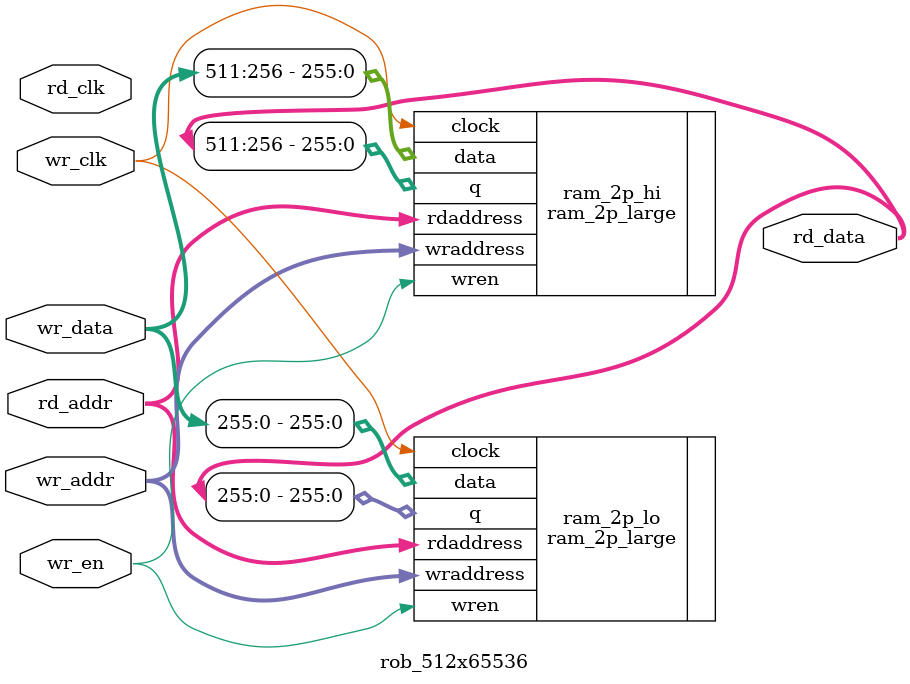
<source format=sv>

module rob_512x65536
  (
    input logic wr_clk,
    input logic wr_en,
    input logic [15:0] wr_addr,
    input logic [511:0] wr_data,
    input logic rd_clk,
    input logic [15:0] rd_addr,
    output logic [511:0] rd_data
   );

   ram_2p_large ram_2p_lo (
	.data(wr_data[255:0]),
	.rdaddress(rd_addr),
	.clock(wr_clk),
	.wraddress(wr_addr),
	.wren(wr_en),
	.q(rd_data[255:0])
	);

   ram_2p_large ram_2p_hi (
	.data(wr_data[511:256]),
	.rdaddress(rd_addr),
	.clock(wr_clk),
	.wraddress(wr_addr),
	.wren(wr_en),
	.q(rd_data[511:256])
	);

endmodule // rob_512x65536

</source>
